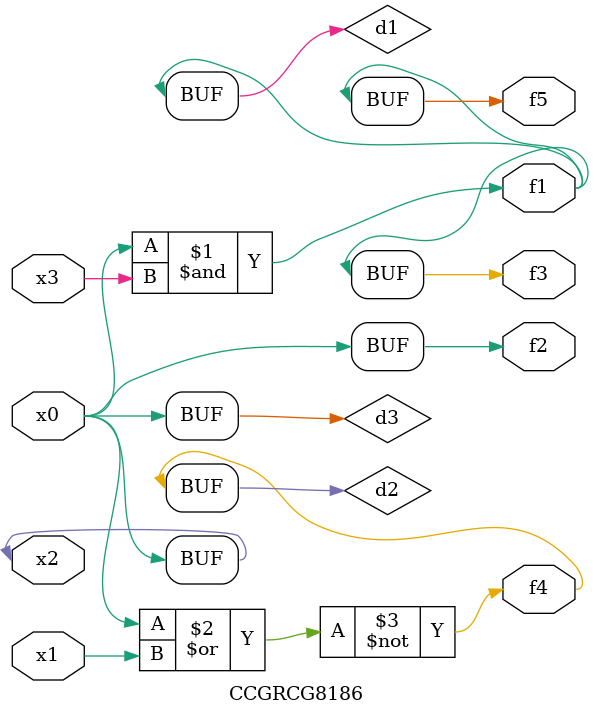
<source format=v>
module CCGRCG8186(
	input x0, x1, x2, x3,
	output f1, f2, f3, f4, f5
);

	wire d1, d2, d3;

	and (d1, x2, x3);
	nor (d2, x0, x1);
	buf (d3, x0, x2);
	assign f1 = d1;
	assign f2 = d3;
	assign f3 = d1;
	assign f4 = d2;
	assign f5 = d1;
endmodule

</source>
